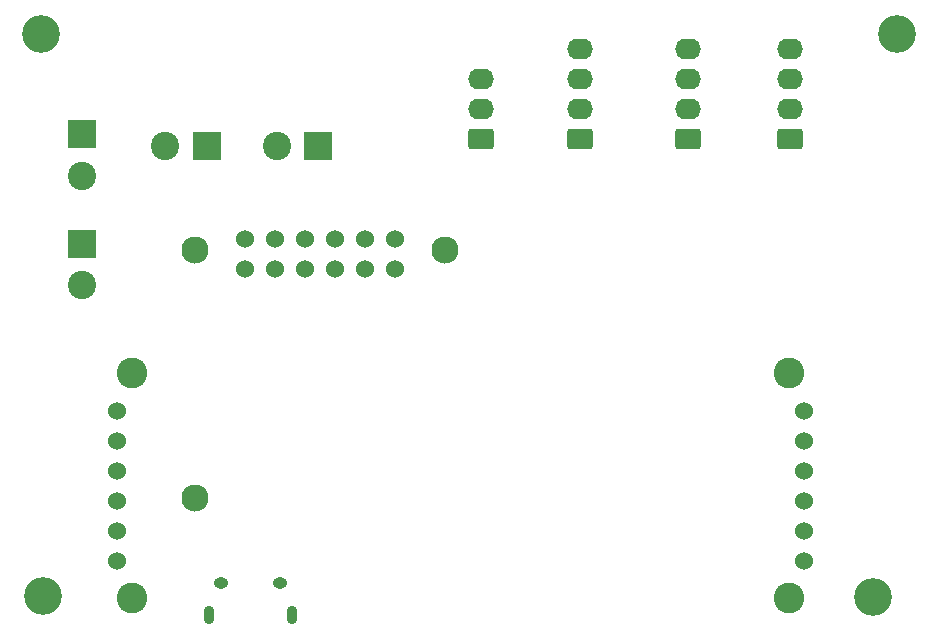
<source format=gbr>
%TF.GenerationSoftware,KiCad,Pcbnew,(6.0.0-0)*%
%TF.CreationDate,2022-12-05T13:27:31-05:00*%
%TF.ProjectId,Body_Servos,426f6479-5f53-4657-9276-6f732e6b6963,rev?*%
%TF.SameCoordinates,Original*%
%TF.FileFunction,Soldermask,Bot*%
%TF.FilePolarity,Negative*%
%FSLAX46Y46*%
G04 Gerber Fmt 4.6, Leading zero omitted, Abs format (unit mm)*
G04 Created by KiCad (PCBNEW (6.0.0-0)) date 2022-12-05 13:27:31*
%MOMM*%
%LPD*%
G01*
G04 APERTURE LIST*
G04 Aperture macros list*
%AMRoundRect*
0 Rectangle with rounded corners*
0 $1 Rounding radius*
0 $2 $3 $4 $5 $6 $7 $8 $9 X,Y pos of 4 corners*
0 Add a 4 corners polygon primitive as box body*
4,1,4,$2,$3,$4,$5,$6,$7,$8,$9,$2,$3,0*
0 Add four circle primitives for the rounded corners*
1,1,$1+$1,$2,$3*
1,1,$1+$1,$4,$5*
1,1,$1+$1,$6,$7*
1,1,$1+$1,$8,$9*
0 Add four rect primitives between the rounded corners*
20,1,$1+$1,$2,$3,$4,$5,0*
20,1,$1+$1,$4,$5,$6,$7,0*
20,1,$1+$1,$6,$7,$8,$9,0*
20,1,$1+$1,$8,$9,$2,$3,0*%
G04 Aperture macros list end*
%ADD10R,2.400000X2.400000*%
%ADD11C,2.400000*%
%ADD12RoundRect,0.250000X0.845000X-0.620000X0.845000X0.620000X-0.845000X0.620000X-0.845000X-0.620000X0*%
%ADD13O,2.190000X1.740000*%
%ADD14O,0.890000X1.550000*%
%ADD15O,1.250000X0.950000*%
%ADD16C,3.200000*%
%ADD17C,1.524000*%
%ADD18C,2.600000*%
%ADD19C,2.300000*%
G04 APERTURE END LIST*
D10*
%TO.C,J5*%
X66273333Y-93390000D03*
D11*
X66273333Y-96890000D03*
%TD*%
D12*
%TO.C,J3*%
X108404000Y-93766000D03*
D13*
X108404000Y-91226000D03*
X108404000Y-88686000D03*
X108404000Y-86146000D03*
%TD*%
D14*
%TO.C,J1*%
X77020000Y-134060000D03*
X84020000Y-134060000D03*
D15*
X78020000Y-131360000D03*
X83020000Y-131360000D03*
%TD*%
D10*
%TO.C,J8*%
X86298000Y-94410000D03*
D11*
X82798000Y-94410000D03*
%TD*%
D16*
%TO.C,REF\u002A\u002A*%
X62830000Y-84902000D03*
%TD*%
D12*
%TO.C,J2*%
X126208000Y-93766000D03*
D13*
X126208000Y-91226000D03*
X126208000Y-88686000D03*
X126208000Y-86146000D03*
%TD*%
D17*
%TO.C,U7*%
X69247000Y-116800000D03*
X69247000Y-119340000D03*
X69247000Y-121880000D03*
X69247000Y-124420000D03*
X69247000Y-126960000D03*
X69247000Y-129500000D03*
X127413000Y-116800000D03*
X127413000Y-119340000D03*
X127413000Y-121880000D03*
X127413000Y-124420000D03*
X127413000Y-126960000D03*
X127413000Y-129500000D03*
D18*
X70517000Y-113625000D03*
X126143000Y-113625000D03*
X126143000Y-132675000D03*
X70517000Y-132675000D03*
%TD*%
D16*
%TO.C,REF\u002A\u002A*%
X135282000Y-84902000D03*
%TD*%
D17*
%TO.C,U6*%
X92765000Y-102235000D03*
X90225000Y-102235000D03*
X87685000Y-102235000D03*
X85145000Y-102235000D03*
X82605000Y-102235000D03*
X80065000Y-102235000D03*
X80065000Y-104775000D03*
X82605000Y-104775000D03*
X85145000Y-104775000D03*
X87685000Y-104775000D03*
X90225000Y-104775000D03*
X92765000Y-104775000D03*
D19*
X97015000Y-103165000D03*
X75815000Y-103165000D03*
X75815000Y-124165000D03*
%TD*%
D16*
%TO.C,REF\u002A\u002A*%
X133250000Y-132550000D03*
%TD*%
D10*
%TO.C,J6*%
X66273333Y-102650000D03*
D11*
X66273333Y-106150000D03*
%TD*%
D12*
%TO.C,J4*%
X117554000Y-93766000D03*
D13*
X117554000Y-91226000D03*
X117554000Y-88686000D03*
X117554000Y-86146000D03*
%TD*%
D12*
%TO.C,J12*%
X100028000Y-93766000D03*
D13*
X100028000Y-91226000D03*
X100028000Y-88686000D03*
%TD*%
D10*
%TO.C,J7*%
X76834666Y-94410000D03*
D11*
X73334666Y-94410000D03*
%TD*%
D16*
%TO.C,REF\u002A\u002A*%
X63000000Y-132510000D03*
%TD*%
M02*

</source>
